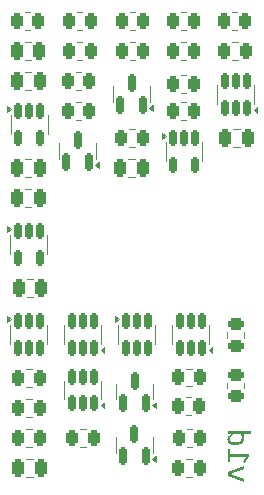
<source format=gbr>
G04 #@! TF.GenerationSoftware,KiCad,Pcbnew,9.0.2*
G04 #@! TF.CreationDate,2025-08-14T17:01:52+02:00*
G04 #@! TF.ProjectId,blue2joy,626c7565-326a-46f7-992e-6b696361645f,rev?*
G04 #@! TF.SameCoordinates,Original*
G04 #@! TF.FileFunction,Legend,Bot*
G04 #@! TF.FilePolarity,Positive*
%FSLAX46Y46*%
G04 Gerber Fmt 4.6, Leading zero omitted, Abs format (unit mm)*
G04 Created by KiCad (PCBNEW 9.0.2) date 2025-08-14 17:01:52*
%MOMM*%
%LPD*%
G01*
G04 APERTURE LIST*
G04 Aperture macros list*
%AMRoundRect*
0 Rectangle with rounded corners*
0 $1 Rounding radius*
0 $2 $3 $4 $5 $6 $7 $8 $9 X,Y pos of 4 corners*
0 Add a 4 corners polygon primitive as box body*
4,1,4,$2,$3,$4,$5,$6,$7,$8,$9,$2,$3,0*
0 Add four circle primitives for the rounded corners*
1,1,$1+$1,$2,$3*
1,1,$1+$1,$4,$5*
1,1,$1+$1,$6,$7*
1,1,$1+$1,$8,$9*
0 Add four rect primitives between the rounded corners*
20,1,$1+$1,$2,$3,$4,$5,0*
20,1,$1+$1,$4,$5,$6,$7,0*
20,1,$1+$1,$6,$7,$8,$9,0*
20,1,$1+$1,$8,$9,$2,$3,0*%
G04 Aperture macros list end*
%ADD10C,0.200000*%
%ADD11C,0.120000*%
%ADD12R,1.846667X3.480000*%
%ADD13RoundRect,0.250000X0.262500X0.450000X-0.262500X0.450000X-0.262500X-0.450000X0.262500X-0.450000X0*%
%ADD14RoundRect,0.150000X0.150000X-0.512500X0.150000X0.512500X-0.150000X0.512500X-0.150000X-0.512500X0*%
%ADD15RoundRect,0.150000X0.150000X-0.587500X0.150000X0.587500X-0.150000X0.587500X-0.150000X-0.587500X0*%
%ADD16RoundRect,0.150000X-0.150000X0.512500X-0.150000X-0.512500X0.150000X-0.512500X0.150000X0.512500X0*%
%ADD17RoundRect,0.250000X-0.250000X-0.475000X0.250000X-0.475000X0.250000X0.475000X-0.250000X0.475000X0*%
%ADD18RoundRect,0.250000X0.450000X-0.262500X0.450000X0.262500X-0.450000X0.262500X-0.450000X-0.262500X0*%
%ADD19RoundRect,0.250000X-0.262500X-0.450000X0.262500X-0.450000X0.262500X0.450000X-0.262500X0.450000X0*%
%ADD20RoundRect,0.250000X-0.450000X0.262500X-0.450000X-0.262500X0.450000X-0.262500X0.450000X0.262500X0*%
%ADD21RoundRect,0.250000X0.250000X0.475000X-0.250000X0.475000X-0.250000X-0.475000X0.250000X-0.475000X0*%
G04 APERTURE END LIST*
D10*
G36*
X9589575Y-42581874D02*
G01*
X9589575Y-42311253D01*
X8679771Y-41975175D01*
X8457876Y-41902757D01*
X8685266Y-41827652D01*
X9589575Y-41494260D01*
X9589575Y-41233409D01*
X8214000Y-41771598D01*
X8214000Y-42044906D01*
X9589575Y-42581874D01*
G37*
G36*
X8214000Y-39772104D02*
G01*
X8214000Y-40893789D01*
X8434795Y-40893789D01*
X8434795Y-40434735D01*
X9741983Y-40434735D01*
X9511418Y-40862404D01*
X9714628Y-40949843D01*
X10011627Y-40381490D01*
X10011627Y-40171075D01*
X8434795Y-40171075D01*
X8434795Y-39772104D01*
X8214000Y-39772104D01*
G37*
G36*
X10144495Y-38522680D02*
G01*
X9571013Y-38522680D01*
X9597025Y-38647610D01*
X9605207Y-38776692D01*
X9592655Y-38923623D01*
X9556602Y-39052076D01*
X9496526Y-39167207D01*
X9414331Y-39263835D01*
X9311677Y-39340868D01*
X9184498Y-39399756D01*
X9042400Y-39435066D01*
X8873211Y-39447628D01*
X8723879Y-39439790D01*
X8594163Y-39417586D01*
X8474801Y-39379071D01*
X8378619Y-39328071D01*
X8298722Y-39260628D01*
X8239767Y-39179083D01*
X8203288Y-39084376D01*
X8190552Y-38972087D01*
X8194766Y-38924337D01*
X8393762Y-38924337D01*
X8407338Y-39006730D01*
X8447012Y-39074451D01*
X8516250Y-39131333D01*
X8601557Y-39168710D01*
X8721936Y-39194509D01*
X8887866Y-39204362D01*
X9025010Y-39196098D01*
X9132900Y-39173647D01*
X9217030Y-39139717D01*
X9281951Y-39095796D01*
X9336169Y-39037312D01*
X9375096Y-38968849D01*
X9399317Y-38888420D01*
X9407859Y-38793179D01*
X9393448Y-38652495D01*
X9375602Y-38583599D01*
X9351805Y-38522680D01*
X8713965Y-38522680D01*
X8568314Y-38636441D01*
X8474484Y-38733706D01*
X8427293Y-38803798D01*
X8401729Y-38866634D01*
X8393762Y-38924337D01*
X8194766Y-38924337D01*
X8198336Y-38883880D01*
X8221452Y-38800545D01*
X8260284Y-38720761D01*
X8312504Y-38648317D01*
X8383109Y-38576444D01*
X8475095Y-38504850D01*
X8214000Y-38496668D01*
X8214000Y-38283566D01*
X10144495Y-38283566D01*
X10144495Y-38522680D01*
G37*
D11*
X-4089036Y-5361000D02*
X-4543164Y-5361000D01*
X-4089036Y-6831000D02*
X-4543164Y-6831000D01*
X7330000Y-9773500D02*
X7330000Y-8973500D01*
X7330000Y-9773500D02*
X7330000Y-10573500D01*
X10450000Y-9773500D02*
X10450000Y-8973500D01*
X10450000Y-9773500D02*
X10450000Y-10573500D01*
X10730000Y-11313500D02*
X10400000Y-11073500D01*
X10730000Y-10833500D01*
X10730000Y-11313500D01*
G36*
X10730000Y-11313500D02*
G01*
X10400000Y-11073500D01*
X10730000Y-10833500D01*
X10730000Y-11313500D01*
G37*
X-6066000Y-14556500D02*
X-6066000Y-13906500D01*
X-6066000Y-14556500D02*
X-6066000Y-15206500D01*
X-2946000Y-14556500D02*
X-2946000Y-13906500D01*
X-2946000Y-14556500D02*
X-2946000Y-15206500D01*
X-2666000Y-15959000D02*
X-2996000Y-15719000D01*
X-2666000Y-15479000D01*
X-2666000Y-15959000D01*
G36*
X-2666000Y-15959000D02*
G01*
X-2996000Y-15719000D01*
X-2666000Y-15479000D01*
X-2666000Y-15959000D01*
G37*
X-10196000Y-22473500D02*
X-10196000Y-21673500D01*
X-10196000Y-22473500D02*
X-10196000Y-23273500D01*
X-7076000Y-22473500D02*
X-7076000Y-21673500D01*
X-7076000Y-22473500D02*
X-7076000Y-23273500D01*
X-10146000Y-21173500D02*
X-10476000Y-21413500D01*
X-10476000Y-20933500D01*
X-10146000Y-21173500D01*
G36*
X-10146000Y-21173500D02*
G01*
X-10476000Y-21413500D01*
X-10476000Y-20933500D01*
X-10146000Y-21173500D01*
G37*
X-10165600Y-12313500D02*
X-10165600Y-11513500D01*
X-10165600Y-12313500D02*
X-10165600Y-13113500D01*
X-7045600Y-12313500D02*
X-7045600Y-11513500D01*
X-7045600Y-12313500D02*
X-7045600Y-13113500D01*
X-10115600Y-11013500D02*
X-10445600Y-11253500D01*
X-10445600Y-10773500D01*
X-10115600Y-11013500D01*
G36*
X-10115600Y-11013500D02*
G01*
X-10445600Y-11253500D01*
X-10445600Y-10773500D01*
X-10115600Y-11013500D01*
G37*
X-8963252Y-5361000D02*
X-8440748Y-5361000D01*
X-8963252Y-6831000D02*
X-8440748Y-6831000D01*
X8155000Y-30349564D02*
X8155000Y-29895436D01*
X9625000Y-30349564D02*
X9625000Y-29895436D01*
X4702436Y-40667000D02*
X5156564Y-40667000D01*
X4702436Y-42137000D02*
X5156564Y-42137000D01*
X-1245000Y-39448500D02*
X-1245000Y-38798500D01*
X-1245000Y-39448500D02*
X-1245000Y-40098500D01*
X1875000Y-39448500D02*
X1875000Y-38798500D01*
X1875000Y-39448500D02*
X1875000Y-40098500D01*
X2155000Y-40851000D02*
X1825000Y-40611000D01*
X2155000Y-40371000D01*
X2155000Y-40851000D01*
G36*
X2155000Y-40851000D02*
G01*
X1825000Y-40611000D01*
X2155000Y-40371000D01*
X2155000Y-40851000D01*
G37*
X-8385436Y-38127000D02*
X-8839564Y-38127000D01*
X-8385436Y-39597000D02*
X-8839564Y-39597000D01*
X4655436Y-35409200D02*
X5109564Y-35409200D01*
X4655436Y-36879200D02*
X5109564Y-36879200D01*
X-4648564Y-7901000D02*
X-4194436Y-7901000D01*
X-4648564Y-9371000D02*
X-4194436Y-9371000D01*
X-8810852Y-25427000D02*
X-8288348Y-25427000D01*
X-8810852Y-26897000D02*
X-8288348Y-26897000D01*
X4241436Y-8155000D02*
X4695564Y-8155000D01*
X4241436Y-9625000D02*
X4695564Y-9625000D01*
X-76564Y-2821000D02*
X377564Y-2821000D01*
X-76564Y-4291000D02*
X377564Y-4291000D01*
X-8932852Y-7901000D02*
X-8410348Y-7901000D01*
X-8932852Y-9371000D02*
X-8410348Y-9371000D01*
X-1052000Y-30104500D02*
X-1052000Y-29304500D01*
X-1052000Y-30104500D02*
X-1052000Y-30904500D01*
X2068000Y-30104500D02*
X2068000Y-29304500D01*
X2068000Y-30104500D02*
X2068000Y-30904500D01*
X-1002000Y-28804500D02*
X-1332000Y-29044500D01*
X-1332000Y-28564500D01*
X-1002000Y-28804500D01*
G36*
X-1002000Y-28804500D02*
G01*
X-1332000Y-29044500D01*
X-1332000Y-28564500D01*
X-1002000Y-28804500D01*
G37*
X4241436Y-2821000D02*
X4695564Y-2821000D01*
X4241436Y-4291000D02*
X4695564Y-4291000D01*
X-4267564Y-38127000D02*
X-3813436Y-38127000D01*
X-4267564Y-39597000D02*
X-3813436Y-39597000D01*
X8155000Y-34166436D02*
X8155000Y-34620564D01*
X9625000Y-34166436D02*
X9625000Y-34620564D01*
X4241436Y-10441000D02*
X4695564Y-10441000D01*
X4241436Y-11911000D02*
X4695564Y-11911000D01*
X8694748Y-12727000D02*
X9217252Y-12727000D01*
X8694748Y-14197000D02*
X9217252Y-14197000D01*
X-4545064Y-2821000D02*
X-4090936Y-2821000D01*
X-4545064Y-4291000D02*
X-4090936Y-4291000D01*
X-1241100Y-34934373D02*
X-1241100Y-34284373D01*
X-1241100Y-34934373D02*
X-1241100Y-35584373D01*
X1878900Y-34934373D02*
X1878900Y-34284373D01*
X1878900Y-34934373D02*
X1878900Y-35584373D01*
X2158900Y-36336873D02*
X1828900Y-36096873D01*
X2158900Y-35856873D01*
X2158900Y-36336873D01*
G36*
X2158900Y-36336873D02*
G01*
X1828900Y-36096873D01*
X2158900Y-35856873D01*
X2158900Y-36336873D01*
G37*
X327252Y-15267000D02*
X-195252Y-15267000D01*
X327252Y-16737000D02*
X-195252Y-16737000D01*
X-8512436Y-2821000D02*
X-8966564Y-2821000D01*
X-8512436Y-4291000D02*
X-8966564Y-4291000D01*
X8563236Y-2821000D02*
X9017364Y-2821000D01*
X8563236Y-4291000D02*
X9017364Y-4291000D01*
X-4648564Y-10441000D02*
X-4194436Y-10441000D01*
X-4648564Y-11911000D02*
X-4194436Y-11911000D01*
X-8385436Y-35587000D02*
X-8839564Y-35587000D01*
X-8385436Y-37057000D02*
X-8839564Y-37057000D01*
X-5624000Y-34792500D02*
X-5624000Y-33992500D01*
X-5624000Y-34792500D02*
X-5624000Y-35592500D01*
X-2504000Y-34792500D02*
X-2504000Y-33992500D01*
X-2504000Y-34792500D02*
X-2504000Y-35592500D01*
X-2224000Y-36332500D02*
X-2554000Y-36092500D01*
X-2224000Y-35852500D01*
X-2224000Y-36332500D01*
G36*
X-2224000Y-36332500D02*
G01*
X-2554000Y-36092500D01*
X-2224000Y-35852500D01*
X-2224000Y-36332500D01*
G37*
X5203564Y-38127000D02*
X4749436Y-38127000D01*
X5203564Y-39597000D02*
X4749436Y-39597000D01*
X4702436Y-32996200D02*
X5156564Y-32996200D01*
X4702436Y-34466200D02*
X5156564Y-34466200D01*
X4695564Y-5361000D02*
X4241436Y-5361000D01*
X4695564Y-6831000D02*
X4241436Y-6831000D01*
X2946000Y-14610500D02*
X2946000Y-13810500D01*
X2946000Y-14610500D02*
X2946000Y-15410500D01*
X6066000Y-14610500D02*
X6066000Y-13810500D01*
X6066000Y-14610500D02*
X6066000Y-15410500D01*
X2996000Y-13310500D02*
X2666000Y-13550500D01*
X2666000Y-13070500D01*
X2996000Y-13310500D01*
G36*
X2996000Y-13310500D02*
G01*
X2666000Y-13550500D01*
X2666000Y-13070500D01*
X2996000Y-13310500D01*
G37*
X-10196000Y-30104500D02*
X-10196000Y-29304500D01*
X-10196000Y-30104500D02*
X-10196000Y-30904500D01*
X-7076000Y-30104500D02*
X-7076000Y-29304500D01*
X-7076000Y-30104500D02*
X-7076000Y-30904500D01*
X-10146000Y-28804500D02*
X-10476000Y-29044500D01*
X-10476000Y-28564500D01*
X-10146000Y-28804500D01*
G36*
X-10146000Y-28804500D02*
G01*
X-10476000Y-29044500D01*
X-10476000Y-28564500D01*
X-10146000Y-28804500D01*
G37*
X-8308748Y-40667000D02*
X-8831252Y-40667000D01*
X-8308748Y-42137000D02*
X-8831252Y-42137000D01*
X-1494000Y-9730500D02*
X-1494000Y-9080500D01*
X-1494000Y-9730500D02*
X-1494000Y-10380500D01*
X1626000Y-9730500D02*
X1626000Y-9080500D01*
X1626000Y-9730500D02*
X1626000Y-10380500D01*
X1906000Y-11133000D02*
X1576000Y-10893000D01*
X1906000Y-10653000D01*
X1906000Y-11133000D01*
G36*
X1906000Y-11133000D02*
G01*
X1576000Y-10893000D01*
X1906000Y-10653000D01*
X1906000Y-11133000D01*
G37*
X-8385436Y-33047000D02*
X-8839564Y-33047000D01*
X-8385436Y-34517000D02*
X-8839564Y-34517000D01*
X377564Y-5361000D02*
X-76564Y-5361000D01*
X377564Y-6831000D02*
X-76564Y-6831000D01*
X9064364Y-5361000D02*
X8610236Y-5361000D01*
X9064364Y-6831000D02*
X8610236Y-6831000D01*
X-5624000Y-30104500D02*
X-5624000Y-29304500D01*
X-5624000Y-30104500D02*
X-5624000Y-30904500D01*
X-2504000Y-30104500D02*
X-2504000Y-29304500D01*
X-2504000Y-30104500D02*
X-2504000Y-30904500D01*
X-2224000Y-31644500D02*
X-2554000Y-31404500D01*
X-2224000Y-31164500D01*
X-2224000Y-31644500D01*
G36*
X-2224000Y-31644500D02*
G01*
X-2554000Y-31404500D01*
X-2224000Y-31164500D01*
X-2224000Y-31644500D01*
G37*
X-8932852Y-15267000D02*
X-8410348Y-15267000D01*
X-8932852Y-16737000D02*
X-8410348Y-16737000D01*
X-123564Y-12727000D02*
X330564Y-12727000D01*
X-123564Y-14197000D02*
X330564Y-14197000D01*
X3520000Y-30093500D02*
X3520000Y-29293500D01*
X3520000Y-30093500D02*
X3520000Y-30893500D01*
X6640000Y-30093500D02*
X6640000Y-29293500D01*
X6640000Y-30093500D02*
X6640000Y-30893500D01*
X6920000Y-31633500D02*
X6590000Y-31393500D01*
X6920000Y-31153500D01*
X6920000Y-31633500D01*
G36*
X6920000Y-31633500D02*
G01*
X6590000Y-31393500D01*
X6920000Y-31153500D01*
X6920000Y-31633500D01*
G37*
X-8932852Y-17807000D02*
X-8410348Y-17807000D01*
X-8932852Y-19277000D02*
X-8410348Y-19277000D01*
%LPC*%
D12*
X-4155000Y254000D03*
X-1385000Y254000D03*
X1385000Y254000D03*
X4155000Y254000D03*
D13*
X-3403600Y-6096000D03*
X-5228600Y-6096000D03*
D14*
X9840000Y-10911000D03*
X8890000Y-10911000D03*
X7940000Y-10911000D03*
X7940000Y-8636000D03*
X8890000Y-8636000D03*
X9840000Y-8636000D03*
D15*
X-3556000Y-15494000D03*
X-5456000Y-15494000D03*
X-4506000Y-13619000D03*
D16*
X-9586000Y-21336000D03*
X-8636000Y-21336000D03*
X-7686000Y-21336000D03*
X-7686000Y-23611000D03*
X-9586000Y-23611000D03*
X-9555600Y-11176000D03*
X-8605600Y-11176000D03*
X-7655600Y-11176000D03*
X-7655600Y-13451000D03*
X-9555600Y-13451000D03*
D17*
X-9652000Y-6096000D03*
X-7752000Y-6096000D03*
D18*
X8890000Y-31035000D03*
X8890000Y-29210000D03*
D19*
X4017000Y-41402000D03*
X5842000Y-41402000D03*
D15*
X1265000Y-40386000D03*
X-635000Y-40386000D03*
X315000Y-38511000D03*
D13*
X-7700000Y-38862000D03*
X-9525000Y-38862000D03*
D19*
X3970000Y-36144200D03*
X5795000Y-36144200D03*
X-5334000Y-8636000D03*
X-3509000Y-8636000D03*
D17*
X-9499600Y-26162000D03*
X-7599600Y-26162000D03*
D19*
X3556000Y-8890000D03*
X5381000Y-8890000D03*
X-762000Y-3556000D03*
X1063000Y-3556000D03*
D17*
X-9621600Y-8636000D03*
X-7721600Y-8636000D03*
D16*
X-442000Y-28967000D03*
X508000Y-28967000D03*
X1458000Y-28967000D03*
X1458000Y-31242000D03*
X508000Y-31242000D03*
X-442000Y-31242000D03*
D19*
X3556000Y-3556000D03*
X5381000Y-3556000D03*
X-4953000Y-38862000D03*
X-3128000Y-38862000D03*
D20*
X8890000Y-33481000D03*
X8890000Y-35306000D03*
D19*
X3556000Y-11176000D03*
X5381000Y-11176000D03*
D17*
X8006000Y-13462000D03*
X9906000Y-13462000D03*
D19*
X-5230500Y-3556000D03*
X-3405500Y-3556000D03*
D15*
X1268900Y-35871873D03*
X-631100Y-35871873D03*
X318900Y-33996873D03*
D21*
X1016000Y-16002000D03*
X-884000Y-16002000D03*
D13*
X-7827000Y-3556000D03*
X-9652000Y-3556000D03*
D19*
X7877800Y-3556000D03*
X9702800Y-3556000D03*
X-5334000Y-11176000D03*
X-3509000Y-11176000D03*
D13*
X-7700000Y-36322000D03*
X-9525000Y-36322000D03*
D14*
X-3114000Y-35930000D03*
X-4064000Y-35930000D03*
X-5014000Y-35930000D03*
X-5014000Y-33655000D03*
X-4064000Y-33655000D03*
X-3114000Y-33655000D03*
D13*
X5889000Y-38862000D03*
X4064000Y-38862000D03*
D19*
X4017000Y-33731200D03*
X5842000Y-33731200D03*
D13*
X5381000Y-6096000D03*
X3556000Y-6096000D03*
D16*
X3556000Y-13473000D03*
X4506000Y-13473000D03*
X5456000Y-13473000D03*
X5456000Y-15748000D03*
X3556000Y-15748000D03*
X-9586000Y-28967000D03*
X-8636000Y-28967000D03*
X-7686000Y-28967000D03*
X-7686000Y-31242000D03*
X-8636000Y-31242000D03*
X-9586000Y-31242000D03*
D21*
X-7620000Y-41402000D03*
X-9520000Y-41402000D03*
D15*
X1016000Y-10668000D03*
X-884000Y-10668000D03*
X66000Y-8793000D03*
D13*
X-7700000Y-33782000D03*
X-9525000Y-33782000D03*
X1063000Y-6096000D03*
X-762000Y-6096000D03*
X9749800Y-6096000D03*
X7924800Y-6096000D03*
D14*
X-3114000Y-31242000D03*
X-4064000Y-31242000D03*
X-5014000Y-31242000D03*
X-5014000Y-28967000D03*
X-4064000Y-28967000D03*
X-3114000Y-28967000D03*
D17*
X-9621600Y-16002000D03*
X-7721600Y-16002000D03*
D19*
X-809000Y-13462000D03*
X1016000Y-13462000D03*
D14*
X6030000Y-31231000D03*
X5080000Y-31231000D03*
X4130000Y-31231000D03*
X4130000Y-28956000D03*
X5080000Y-28956000D03*
X6030000Y-28956000D03*
D17*
X-9621600Y-18542000D03*
X-7721600Y-18542000D03*
%LPD*%
M02*

</source>
